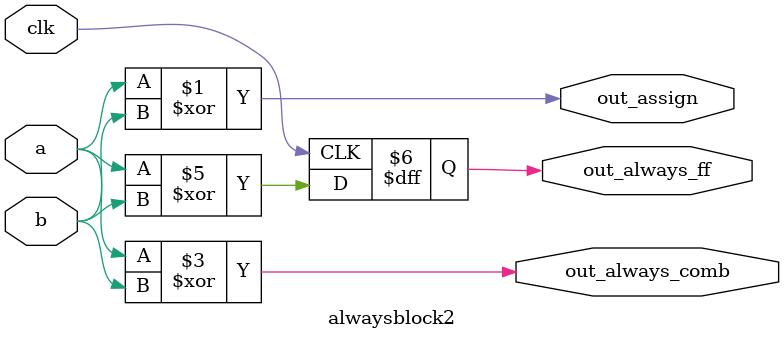
<source format=v>
module alwaysblock2(
	input clk,
	input a,
	input b,
	output wire out_assign,
	output reg out_always_comb,
	output reg out_always_ff
);
	// XOR while practicing different types of assignments
	// continuous, blocking, and non-blocking
	
	// continuous assignment
	assign out_assign = a ^ b;
	
	// procedural blocking assignment in combinational block
	always @(*) 
		out_always_comb = a ^ b;
	
	// procedural non-blocking assignment in combinational block
	always @(posedge clk) 
		out_always_ff <= a ^ b;
		
endmodule

</source>
